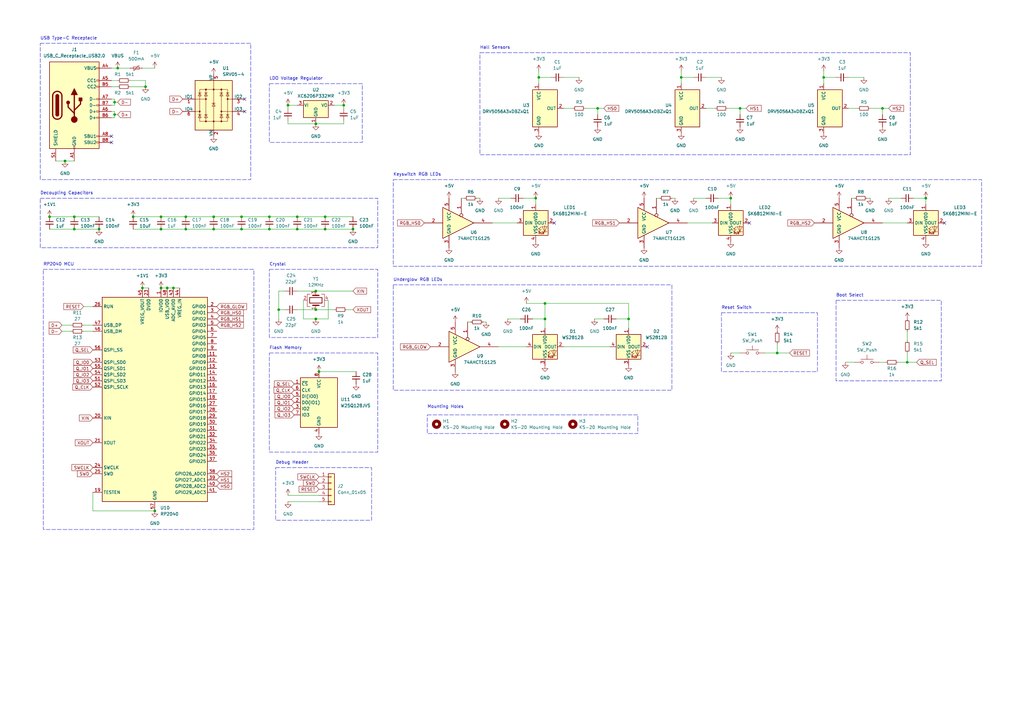
<source format=kicad_sch>
(kicad_sch (version 20230121) (generator eeschema)
  (paper "A3")
  (title_block (title "Harukapad") (rev "1.0"))
  (junction (at 299.72 81.28))
  (junction (at 121.92 88.9))
  (junction (at 133.35 93.98))
  (junction (at 48.26 27.94))
  (junction (at 26.67 66.04))
  (junction (at 318.77 144.78))
  (junction (at 71.12 118.11))
  (junction (at 63.5 209.55))
  (junction (at 361.95 44.45))
  (junction (at 66.04 93.98))
  (junction (at 219.71 81.28))
  (junction (at 223.52 124.46))
  (junction (at 144.78 93.98))
  (junction (at 68.58 118.11))
  (junction (at 379.73 81.28))
  (junction (at 54.61 88.9))
  (junction (at 110.49 88.9))
  (junction (at 118.11 43.18))
  (junction (at 66.04 88.9))
  (junction (at 99.06 88.9))
  (junction (at 59.69 35.56))
  (junction (at 20.32 88.9))
  (junction (at 257.81 130.81))
  (junction (at 110.49 93.98))
  (junction (at 129.54 119.38))
  (junction (at 220.98 31.75))
  (junction (at 114.3 127))
  (junction (at 279.4 31.75))
  (junction (at 140.97 43.18))
  (junction (at 66.04 118.11))
  (junction (at 129.54 50.8))
  (junction (at 30.48 93.98))
  (junction (at 76.2 88.9))
  (junction (at 121.92 93.98))
  (junction (at 129.54 127))
  (junction (at 133.35 88.9))
  (junction (at 46.99 46.99))
  (junction (at 372.11 148.59))
  (junction (at 87.63 88.9))
  (junction (at 245.11 44.45))
  (junction (at 30.48 88.9))
  (junction (at 76.2 93.98))
  (junction (at 46.99 41.91))
  (junction (at 40.64 93.98))
  (junction (at 303.53 44.45))
  (junction (at 58.42 118.11))
  (junction (at 87.63 93.98))
  (junction (at 130.81 152.4))
  (junction (at 99.06 93.98))
  (junction (at 337.82 31.75))
  (junction (at 129.54 130.81))
  (junction (at 223.52 130.81))
  (no_connect (at 45.72 58.42))
  (no_connect (at 100.33 40.64))
  (no_connect (at 100.33 45.72))
  (no_connect (at 307.34 91.44))
  (no_connect (at 45.72 55.88))
  (no_connect (at 387.35 91.44))
  (no_connect (at 227.33 91.44))
  (no_connect (at 265.43 142.24))
  (wire (pts (xy 347.98 44.45) (xy 351.79 44.45)))
  (wire (pts (xy 223.52 124.46) (xy 257.81 124.46)))
  (wire (pts (xy 130.81 152.4) (xy 146.05 152.4)))
  (wire (pts (xy 289.56 31.75) (xy 295.91 31.75)))
  (wire (pts (xy 59.69 33.02) (xy 59.69 35.56)))
  (wire (pts (xy 281.94 91.44) (xy 292.1 91.44)))
  (wire (pts (xy 66.04 118.11) (xy 68.58 118.11)))
  (wire (pts (xy 76.2 88.9) (xy 87.63 88.9)))
  (wire (pts (xy 134.62 123.19) (xy 134.62 130.81)))
  (wire (pts (xy 66.04 88.9) (xy 76.2 88.9)))
  (wire (pts (xy 299.72 144.78) (xy 303.53 144.78)))
  (wire (pts (xy 299.72 81.28) (xy 299.72 83.82)))
  (wire (pts (xy 30.48 88.9) (xy 40.64 88.9)))
  (wire (pts (xy 110.49 88.9) (xy 121.92 88.9)))
  (wire (pts (xy 116.84 119.38) (xy 114.3 119.38)))
  (wire (pts (xy 45.72 40.64) (xy 46.99 40.64)))
  (wire (pts (xy 204.47 81.28) (xy 209.55 81.28)))
  (wire (pts (xy 279.4 31.75) (xy 284.48 31.75)))
  (wire (pts (xy 195.58 81.28) (xy 196.85 81.28)))
  (wire (pts (xy 46.99 45.72) (xy 46.99 46.99)))
  (wire (pts (xy 26.67 66.04) (xy 30.48 66.04)))
  (wire (pts (xy 46.99 48.26) (xy 46.99 46.99)))
  (wire (pts (xy 34.29 125.73) (xy 38.1 125.73)))
  (wire (pts (xy 220.98 31.75) (xy 220.98 34.29)))
  (wire (pts (xy 240.03 44.45) (xy 245.11 44.45)))
  (wire (pts (xy 45.72 35.56) (xy 48.26 35.56)))
  (wire (pts (xy 54.61 88.9) (xy 66.04 88.9)))
  (wire (pts (xy 294.64 81.28) (xy 299.72 81.28)))
  (wire (pts (xy 372.11 135.89) (xy 372.11 139.7)))
  (wire (pts (xy 361.95 91.44) (xy 372.11 91.44)))
  (wire (pts (xy 121.92 88.9) (xy 133.35 88.9)))
  (wire (pts (xy 121.92 119.38) (xy 129.54 119.38)))
  (wire (pts (xy 22.86 66.04) (xy 26.67 66.04)))
  (wire (pts (xy 245.11 44.45) (xy 247.65 44.45)))
  (wire (pts (xy 360.68 148.59) (xy 363.22 148.59)))
  (wire (pts (xy 45.72 43.18) (xy 46.99 43.18)))
  (wire (pts (xy 372.11 148.59) (xy 375.92 148.59)))
  (wire (pts (xy 110.49 93.98) (xy 121.92 93.98)))
  (wire (pts (xy 20.32 93.98) (xy 30.48 93.98)))
  (wire (pts (xy 38.1 201.93) (xy 38.1 209.55)))
  (wire (pts (xy 245.11 44.45) (xy 245.11 46.99)))
  (wire (pts (xy 54.61 93.98) (xy 66.04 93.98)))
  (wire (pts (xy 68.58 118.11) (xy 71.12 118.11)))
  (wire (pts (xy 337.82 31.75) (xy 337.82 34.29)))
  (wire (pts (xy 58.42 118.11) (xy 60.96 118.11)))
  (wire (pts (xy 346.71 148.59) (xy 350.52 148.59)))
  (wire (pts (xy 350.52 81.28) (xy 349.25 81.28)))
  (wire (pts (xy 118.11 49.53) (xy 118.11 50.8)))
  (wire (pts (xy 121.92 93.98) (xy 133.35 93.98)))
  (wire (pts (xy 243.84 130.81) (xy 247.65 130.81)))
  (wire (pts (xy 298.45 44.45) (xy 303.53 44.45)))
  (wire (pts (xy 137.16 43.18) (xy 140.97 43.18)))
  (wire (pts (xy 355.6 81.28) (xy 356.87 81.28)))
  (wire (pts (xy 133.35 88.9) (xy 144.78 88.9)))
  (wire (pts (xy 129.54 127) (xy 137.16 127)))
  (wire (pts (xy 337.82 31.75) (xy 342.9 31.75)))
  (wire (pts (xy 114.3 119.38) (xy 114.3 127)))
  (wire (pts (xy 66.04 93.98) (xy 76.2 93.98)))
  (wire (pts (xy 99.06 93.98) (xy 110.49 93.98)))
  (wire (pts (xy 25.4 135.89) (xy 29.21 135.89)))
  (wire (pts (xy 361.95 44.45) (xy 364.49 44.45)))
  (wire (pts (xy 318.77 144.78) (xy 323.85 144.78)))
  (wire (pts (xy 34.29 133.35) (xy 38.1 133.35)))
  (wire (pts (xy 337.82 29.21) (xy 337.82 31.75)))
  (wire (pts (xy 364.49 81.28) (xy 369.57 81.28)))
  (wire (pts (xy 34.29 135.89) (xy 38.1 135.89)))
  (wire (pts (xy 347.98 31.75) (xy 354.33 31.75)))
  (wire (pts (xy 87.63 88.9) (xy 99.06 88.9)))
  (wire (pts (xy 20.32 88.9) (xy 30.48 88.9)))
  (wire (pts (xy 223.52 130.81) (xy 223.52 134.62)))
  (wire (pts (xy 361.95 44.45) (xy 361.95 46.99)))
  (wire (pts (xy 46.99 46.99) (xy 48.26 46.99)))
  (wire (pts (xy 53.34 33.02) (xy 59.69 33.02)))
  (wire (pts (xy 368.3 148.59) (xy 372.11 148.59)))
  (wire (pts (xy 118.11 205.74) (xy 130.81 205.74)))
  (wire (pts (xy 129.54 119.38) (xy 144.78 119.38)))
  (wire (pts (xy 46.99 41.91) (xy 48.26 41.91)))
  (wire (pts (xy 220.98 31.75) (xy 226.06 31.75)))
  (wire (pts (xy 133.35 93.98) (xy 144.78 93.98)))
  (wire (pts (xy 303.53 44.45) (xy 306.07 44.45)))
  (wire (pts (xy 231.14 142.24) (xy 250.19 142.24)))
  (wire (pts (xy 231.14 31.75) (xy 237.49 31.75)))
  (wire (pts (xy 208.28 130.81) (xy 213.36 130.81)))
  (wire (pts (xy 193.04 132.08) (xy 191.77 132.08)))
  (wire (pts (xy 25.4 133.35) (xy 29.21 133.35)))
  (wire (pts (xy 71.12 118.11) (xy 73.66 118.11)))
  (wire (pts (xy 279.4 31.75) (xy 279.4 34.29)))
  (wire (pts (xy 201.93 91.44) (xy 212.09 91.44)))
  (wire (pts (xy 118.11 43.18) (xy 121.92 43.18)))
  (wire (pts (xy 204.47 142.24) (xy 215.9 142.24)))
  (wire (pts (xy 53.34 27.94) (xy 48.26 27.94)))
  (wire (pts (xy 48.26 27.94) (xy 45.72 27.94)))
  (wire (pts (xy 231.14 44.45) (xy 234.95 44.45)))
  (wire (pts (xy 257.81 124.46) (xy 257.81 130.81)))
  (wire (pts (xy 121.92 127) (xy 129.54 127)))
  (wire (pts (xy 45.72 45.72) (xy 46.99 45.72)))
  (wire (pts (xy 215.9 124.46) (xy 223.52 124.46)))
  (wire (pts (xy 372.11 144.78) (xy 372.11 148.59)))
  (wire (pts (xy 270.51 81.28) (xy 269.24 81.28)))
  (wire (pts (xy 198.12 132.08) (xy 199.39 132.08)))
  (wire (pts (xy 257.81 130.81) (xy 257.81 134.62)))
  (wire (pts (xy 58.42 27.94) (xy 63.5 27.94)))
  (wire (pts (xy 275.59 81.28) (xy 276.86 81.28)))
  (wire (pts (xy 214.63 81.28) (xy 219.71 81.28)))
  (wire (pts (xy 45.72 48.26) (xy 46.99 48.26)))
  (wire (pts (xy 220.98 29.21) (xy 220.98 31.75)))
  (wire (pts (xy 46.99 40.64) (xy 46.99 41.91)))
  (wire (pts (xy 134.62 130.81) (xy 129.54 130.81)))
  (wire (pts (xy 379.73 81.28) (xy 379.73 83.82)))
  (wire (pts (xy 140.97 43.18) (xy 140.97 44.45)))
  (wire (pts (xy 87.63 93.98) (xy 99.06 93.98)))
  (wire (pts (xy 30.48 93.98) (xy 40.64 93.98)))
  (wire (pts (xy 190.5 81.28) (xy 189.23 81.28)))
  (wire (pts (xy 114.3 127) (xy 114.3 130.81)))
  (wire (pts (xy 142.24 127) (xy 144.78 127)))
  (wire (pts (xy 118.11 43.18) (xy 118.11 44.45)))
  (wire (pts (xy 53.34 35.56) (xy 59.69 35.56)))
  (wire (pts (xy 252.73 130.81) (xy 257.81 130.81)))
  (wire (pts (xy 140.97 49.53) (xy 140.97 50.8)))
  (wire (pts (xy 313.69 144.78) (xy 318.77 144.78)))
  (wire (pts (xy 76.2 93.98) (xy 87.63 93.98)))
  (wire (pts (xy 118.11 203.2) (xy 130.81 203.2)))
  (wire (pts (xy 218.44 130.81) (xy 223.52 130.81)))
  (wire (pts (xy 318.77 140.97) (xy 318.77 144.78)))
  (wire (pts (xy 219.71 81.28) (xy 219.71 83.82)))
  (wire (pts (xy 140.97 50.8) (xy 129.54 50.8)))
  (wire (pts (xy 279.4 29.21) (xy 279.4 31.75)))
  (wire (pts (xy 99.06 88.9) (xy 110.49 88.9)))
  (wire (pts (xy 374.65 81.28) (xy 379.73 81.28)))
  (wire (pts (xy 48.26 33.02) (xy 45.72 33.02)))
  (wire (pts (xy 289.56 44.45) (xy 293.37 44.45)))
  (wire (pts (xy 114.3 127) (xy 116.84 127)))
  (wire (pts (xy 38.1 209.55) (xy 63.5 209.55)))
  (wire (pts (xy 118.11 50.8) (xy 129.54 50.8)))
  (wire (pts (xy 124.46 130.81) (xy 129.54 130.81)))
  (wire (pts (xy 223.52 124.46) (xy 223.52 130.81)))
  (wire (pts (xy 356.87 44.45) (xy 361.95 44.45)))
  (wire (pts (xy 284.48 81.28) (xy 289.56 81.28)))
  (wire (pts (xy 124.46 123.19) (xy 124.46 130.81)))
  (wire (pts (xy 303.53 44.45) (xy 303.53 46.99)))
  (wire (pts (xy 46.99 43.18) (xy 46.99 41.91)))
  (rectangle (start 175.26 170.18) (end 261.62 177.8) (stroke (width 0) (type dash)))
  (rectangle (start 16.51 17.78) (end 102.87 73.66) (stroke (width 0) (type dash)))
  (rectangle (start 295.91 128.27) (end 335.28 152.4) (stroke (width 0) (type dash)))
  (rectangle (start 17.78 110.49) (end 104.14 217.17) (stroke (width 0) (type dash)))
  (rectangle (start 342.9 123.19) (end 386.08 156.21) (stroke (width 0) (type dash)))
  (rectangle (start 161.29 116.84) (end 275.59 160.02) (stroke (width 0) (type dash)))
  (rectangle (start 110.49 144.78) (end 154.94 185.42) (stroke (width 0) (type dash)))
  (rectangle (start 16.51 81.28) (end 154.94 101.6) (stroke (width 0) (type dash)))
  (rectangle (start 110.49 34.29) (end 148.59 58.42) (stroke (width 0) (type dash)))
  (rectangle (start 110.49 110.49) (end 154.94 138.43) (stroke (width 0) (type dash)))
  (rectangle (start 196.85 21.59) (end 373.38 63.5) (stroke (width 0) (type dash)))
  (rectangle (start 161.29 73.66) (end 402.59 109.22) (stroke (width 0) (type dash)))
  (rectangle (start 113.03 191.77) (end 152.4 213.36) (stroke (width 0) (type dash)))
  (text "Decoupling Capacitors" (at 16.51 80.01 0) (effects (font (size 1.27 1.27)) (justify left bottom)))
  (text "Hall Sensors" (at 196.85 20.32 0) (effects (font (size 1.27 1.27)) (justify left bottom)))
  (text "Keyswitch RGB LEDs" (at 161.29 72.39 0) (effects (font (size 1.27 1.27)) (justify left bottom)))
  (text "Reset Switch" (at 295.91 127 0) (effects (font (size 1.27 1.27)) (justify left bottom)))
  (text "Underglow RGB LEDs" (at 161.29 115.57 0) (effects (font (size 1.27 1.27)) (justify left bottom)))
  (text "USB Type-C Receptacle" (at 16.51 16.51 0) (effects (font (size 1.27 1.27)) (justify left bottom)))
  (text "Debug Header" (at 113.03 190.5 0) (effects (font (size 1.27 1.27)) (justify left bottom)))
  (text "Mounting Holes" (at 175.26 167.64 0) (effects (font (size 1.27 1.27)) (justify left bottom)))
  (text "Crystal" (at 110.49 109.22 0) (effects (font (size 1.27 1.27)) (justify left bottom)))
  (text "RP2040 MCU" (at 17.78 109.22 0) (effects (font (size 1.27 1.27)) (justify left bottom)))
  (text "Flash Memory" (at 110.49 143.51 0) (effects (font (size 1.27 1.27)) (justify left bottom)))
  (text "LDO Voltage Regulator" (at 110.49 33.02 0) (effects (font (size 1.27 1.27)) (justify left bottom)))
  (text "Boot Select" (at 342.9 121.92 0) (effects (font (size 1.27 1.27)) (justify left bottom)))
  (global_label "RESET" (shape input) (at 323.85 144.78 0) (property "Intersheetrefs" "${INTERSHEET_REFS}" (effects hide)))
  (global_label "RGB_HS2" (shape input) (at 88.9 133.35 0) (property "Intersheetrefs" "${INTERSHEET_REFS}" (effects hide)))
  (global_label "D-" (shape input) (at 74.93 45.72 180) (property "Intersheetrefs" "${INTERSHEET_REFS}" (effects hide)))
  (global_label "Q_SEL" (shape input) (at 375.92 148.59 0) (property "Intersheetrefs" "${INTERSHEET_REFS}" (effects hide)))
  (global_label "D-" (shape input) (at 25.4 135.89 180) (property "Intersheetrefs" "${INTERSHEET_REFS}" (effects hide)))
  (global_label "XIN" (shape input) (at 144.78 119.38 0) (property "Intersheetrefs" "${INTERSHEET_REFS}" (effects hide)))
  (global_label "Q_IO1" (shape input) (at 120.65 165.1 180) (property "Intersheetrefs" "${INTERSHEET_REFS}" (effects hide)))
  (global_label "Q_CLK" (shape input) (at 120.65 160.02 180) (property "Intersheetrefs" "${INTERSHEET_REFS}" (effects hide)))
  (global_label "XOUT" (shape input) (at 144.78 127 0) (property "Intersheetrefs" "${INTERSHEET_REFS}" (effects hide)))
  (global_label "Q_SEL" (shape input) (at 38.1 143.51 180) (property "Intersheetrefs" "${INTERSHEET_REFS}" (effects hide)))
  (global_label "Q_IO0" (shape input) (at 120.65 162.56 180) (property "Intersheetrefs" "${INTERSHEET_REFS}" (effects hide)))
  (global_label "Q_IO3" (shape input) (at 38.1 156.21 180) (property "Intersheetrefs" "${INTERSHEET_REFS}" (effects hide)))
  (global_label "SWCLK" (shape input) (at 130.81 195.58 180) (property "Intersheetrefs" "${INTERSHEET_REFS}" (effects hide)))
  (global_label "Q_IO2" (shape input) (at 38.1 153.67 180) (property "Intersheetrefs" "${INTERSHEET_REFS}" (effects hide)))
  (global_label "HS1" (shape input) (at 88.9 196.85 0) (property "Intersheetrefs" "${INTERSHEET_REFS}" (effects hide)))
  (global_label "Q_IO3" (shape input) (at 120.65 170.18 180) (property "Intersheetrefs" "${INTERSHEET_REFS}" (effects hide)))
  (global_label "HS0" (shape input) (at 247.65 44.45 0) (property "Intersheetrefs" "${INTERSHEET_REFS}" (effects hide)))
  (global_label "D+" (shape input) (at 48.26 46.99 0) (property "Intersheetrefs" "${INTERSHEET_REFS}" (effects hide)))
  (global_label "SWD" (shape input) (at 38.1 194.31 180) (property "Intersheetrefs" "${INTERSHEET_REFS}" (effects hide)))
  (global_label "RGB_HS1" (shape input) (at 88.9 130.81 0) (property "Intersheetrefs" "${INTERSHEET_REFS}" (effects hide)))
  (global_label "HS2" (shape input) (at 364.49 44.45 0) (property "Intersheetrefs" "${INTERSHEET_REFS}" (effects hide)))
  (global_label "RGB_HS0" (shape input) (at 88.9 128.27 0) (property "Intersheetrefs" "${INTERSHEET_REFS}" (effects hide)))
  (global_label "D+" (shape input) (at 25.4 133.35 180) (property "Intersheetrefs" "${INTERSHEET_REFS}" (effects hide)))
  (global_label "RGB_GLOW" (shape input) (at 176.53 142.24 180) (property "Intersheetrefs" "${INTERSHEET_REFS}" (effects hide)))
  (global_label "Q_IO1" (shape input) (at 38.1 151.13 180) (property "Intersheetrefs" "${INTERSHEET_REFS}" (effects hide)))
  (global_label "SWD" (shape input) (at 130.81 198.12 180) (property "Intersheetrefs" "${INTERSHEET_REFS}" (effects hide)))
  (global_label "HS1" (shape input) (at 306.07 44.45 0) (property "Intersheetrefs" "${INTERSHEET_REFS}" (effects hide)))
  (global_label "RGB_HS1" (shape input) (at 254 91.44 180) (property "Intersheetrefs" "${INTERSHEET_REFS}" (effects hide)))
  (global_label "D+" (shape input) (at 74.93 40.64 180) (property "Intersheetrefs" "${INTERSHEET_REFS}" (effects hide)))
  (global_label "HS2" (shape input) (at 88.9 194.31 0) (property "Intersheetrefs" "${INTERSHEET_REFS}" (effects hide)))
  (global_label "HS0" (shape input) (at 88.9 199.39 0) (property "Intersheetrefs" "${INTERSHEET_REFS}" (effects hide)))
  (global_label "Q_IO2" (shape input) (at 120.65 167.64 180) (property "Intersheetrefs" "${INTERSHEET_REFS}" (effects hide)))
  (global_label "Q_SEL" (shape input) (at 120.65 157.48 180) (property "Intersheetrefs" "${INTERSHEET_REFS}" (effects hide)))
  (global_label "RESET" (shape input) (at 34.29 125.73 180) (property "Intersheetrefs" "${INTERSHEET_REFS}" (effects hide)))
  (global_label "RGB_HS2" (shape input) (at 334.01 91.44 180) (property "Intersheetrefs" "${INTERSHEET_REFS}" (effects hide)))
  (global_label "Q_IO0" (shape input) (at 38.1 148.59 180) (property "Intersheetrefs" "${INTERSHEET_REFS}" (effects hide)))
  (global_label "RESET" (shape input) (at 130.81 200.66 180) (property "Intersheetrefs" "${INTERSHEET_REFS}" (effects hide)))
  (global_label "Q_CLK" (shape input) (at 38.1 158.75 180) (property "Intersheetrefs" "${INTERSHEET_REFS}" (effects hide)))
  (global_label "RGB_GLOW" (shape input) (at 88.9 125.73 0) (property "Intersheetrefs" "${INTERSHEET_REFS}" (effects hide)))
  (global_label "XOUT" (shape input) (at 38.1 181.61 180) (property "Intersheetrefs" "${INTERSHEET_REFS}" (effects hide)))
  (global_label "SWCLK" (shape input) (at 38.1 191.77 180) (property "Intersheetrefs" "${INTERSHEET_REFS}" (effects hide)))
  (global_label "D-" (shape input) (at 48.26 41.91 0) (property "Intersheetrefs" "${INTERSHEET_REFS}" (effects hide)))
  (global_label "RGB_HS0" (shape input) (at 173.99 91.44 180) (property "Intersheetrefs" "${INTERSHEET_REFS}" (effects hide)))
  (global_label "XIN" (shape input) (at 38.1 171.45 180) (property "Intersheetrefs" "${INTERSHEET_REFS}" (effects hide)))
  (symbol (lib_id "Harukapad:DRV5056A3xDBZxQ1") (at 223.52 44.45 0) (unit 1)
    (property "Reference" "U3" (at 217.17 43.18 0) (effects (justify right)))
    (property "Value" "DRV5056A3xDBZxQ1" (at 217.17 45.72 0) (effects (justify right)))
    (property "Footprint" "Package_TO_SOT_SMD:SOT-23" (effects hide))
    (property "Datasheet" "https://www.ti.com/lit/ds/symlink/drv5056.pdf" (effects hide))
  )
  (symbol (lib_id "power:+3V3") (at 54.61 88.9 0) (unit 1)
    (property "Reference" "#PWR035" (effects hide))
    (property "Value" "+3V3" (at 54.61 83.82 0))
  )
  (symbol (lib_id "power:+5V") (at 219.71 81.28 0) (unit 1)
    (property "Reference" "#PWR025" (effects hide))
    (property "Value" "+5V" (at 219.71 76.2 0))
  )
  (symbol (lib_id "power:GND") (at 114.3 130.81 0) (unit 1)
    (property "Reference" "#PWR047" (effects hide))
    (property "Value" "GND" (at 114.3 135.89 0))
  )
  (symbol (lib_id "Switch:SW_Push") (at 355.6 148.59 0) (unit 1)
    (property "Reference" "SW2" (at 355.6 140.97 0))
    (property "Value" "SW_Push" (at 355.6 143.51 0))
    (property "Footprint" "Button_Switch_SMD:SW_SPST_TL3342" (effects hide))
  )
  (symbol (lib_id "Device:R_Small") (at 365.76 148.59 90) (unit 1)
    (property "Reference" "R16" (at 365.76 151.13 90))
    (property "Value" "1k" (at 365.76 153.67 90))
    (property "Footprint" "Resistor_SMD:R_0402_1005Metric" (effects hide))
  )
  (symbol (lib_id "Device:R_Small") (at 50.8 35.56 90) (mirror x) (unit 1)
    (property "Reference" "R2" (at 48.26 38.1 90))
    (property "Value" "5k1" (at 53.34 38.1 90))
    (property "Footprint" "Resistor_SMD:R_0402_1005Metric" (effects hide))
  )
  (symbol (lib_id "power:GND") (at 146.05 157.48 0) (unit 1)
    (property "Reference" "#PWR061" (effects hide))
    (property "Value" "GND" (at 146.05 162.56 0))
  )
  (symbol (lib_id "74xGxx:74AHCT1G125") (at 189.23 91.44 0) (unit 1)
    (property "Reference" "U6" (at 194.31 95.25 0))
    (property "Value" "74AHCT1G125" (at 194.31 97.79 0))
    (property "Footprint" "Package_TO_SOT_SMD:SOT-353_SC-70-5" (effects hide))
    (property "Datasheet" "http://www.ti.com/lit/sg/scyt129e/scyt129e.pdf" (effects hide))
  )
  (symbol (lib_id "Device:C_Small") (at 212.09 81.28 90) (mirror x) (unit 1)
    (property "Reference" "C9" (at 212.09 77.47 90))
    (property "Value" "100nF" (at 212.09 85.09 90))
    (property "Footprint" "Capacitor_SMD:C_0402_1005Metric" (effects hide))
  )
  (symbol (lib_id "Harukapad:DRV5056A3xDBZxQ1") (at 340.36 44.45 0) (unit 1)
    (property "Reference" "U5" (at 334.01 43.18 0) (effects (justify right)))
    (property "Value" "DRV5056A3xDBZxQ1" (at 334.01 45.72 0) (effects (justify right)))
    (property "Footprint" "Package_TO_SOT_SMD:SOT-23" (effects hide))
    (property "Datasheet" "https://www.ti.com/lit/ds/symlink/drv5056.pdf" (effects hide))
  )
  (symbol (lib_id "power:GND") (at 303.53 52.07 0) (unit 1)
    (property "Reference" "#PWR015" (effects hide))
    (property "Value" "GND" (at 303.53 57.15 0))
  )
  (symbol (lib_id "power:GND") (at 208.28 130.81 0) (unit 1)
    (property "Reference" "#PWR049" (effects hide))
    (property "Value" "GND" (at 208.28 135.89 0))
  )
  (symbol (lib_id "power:+3V3") (at 118.11 203.2 0) (unit 1)
    (property "Reference" "#PWR063" (effects hide))
    (property "Value" "+3V3" (at 118.11 198.12 0))
  )
  (symbol (lib_id "Device:C_Small") (at 76.2 91.44 0) (unit 1)
    (property "Reference" "C17" (at 78.74 90.1763 0) (effects (justify left)))
    (property "Value" "100nF" (at 78.74 92.7163 0) (effects (justify left)))
    (property "Footprint" "Capacitor_SMD:C_0402_1005Metric" (effects hide))
  )
  (symbol (lib_id "Device:R_Small") (at 354.33 44.45 90) (unit 1)
    (property "Reference" "R5" (at 354.33 41.91 90))
    (property "Value" "100" (at 354.33 46.99 90))
    (property "Footprint" "Resistor_SMD:R_0402_1005Metric" (effects hide))
  )
  (symbol (lib_id "power:GND") (at 144.78 93.98 0) (unit 1)
    (property "Reference" "#PWR037" (effects hide))
    (property "Value" "GND" (at 144.78 99.06 0))
  )
  (symbol (lib_id "Device:R_Small") (at 31.75 133.35 90) (unit 1)
    (property "Reference" "R11" (at 31.75 128.27 90))
    (property "Value" "27" (at 31.75 130.81 90))
    (property "Footprint" "Resistor_SMD:R_0402_1005Metric" (effects hide))
  )
  (symbol (lib_id "power:GND") (at 295.91 31.75 0) (unit 1)
    (property "Reference" "#PWR08" (effects hide))
    (property "Value" "GND" (at 295.91 36.83 0))
  )
  (symbol (lib_id "Device:C_Small") (at 140.97 46.99 0) (unit 1)
    (property "Reference" "C5" (at 143.51 45.7263 0) (effects (justify left)))
    (property "Value" "1uF" (at 143.51 48.2663 0) (effects (justify left)))
    (property "Footprint" "Capacitor_SMD:C_0402_1005Metric" (effects hide))
  )
  (symbol (lib_id "Device:R_Small") (at 195.58 132.08 90) (unit 1)
    (property "Reference" "R10" (at 195.58 129.54 90))
    (property "Value" "1k" (at 195.58 134.62 90))
    (property "Footprint" "Resistor_SMD:R_0402_1005Metric" (effects hide))
  )
  (symbol (lib_id "power:+5V") (at 215.9 124.46 0) (unit 1)
    (property "Reference" "#PWR046" (effects hide))
    (property "Value" "+5V" (at 215.9 119.38 0))
  )
  (symbol (lib_id "Switch:SW_Push") (at 308.61 144.78 0) (unit 1)
    (property "Reference" "SW1" (at 308.61 137.16 0))
    (property "Value" "SW_Push" (at 308.61 139.7 0))
    (property "Footprint" "Button_Switch_SMD:SW_SPST_TL3342" (effects hide))
  )
  (symbol (lib_id "Device:R_Small") (at 318.77 138.43 0) (unit 1)
    (property "Reference" "R14" (at 321.31 137.16 0) (effects (justify left)))
    (property "Value" "5k1" (at 321.31 139.7 0) (effects (justify left)))
    (property "Footprint" "Resistor_SMD:R_0402_1005Metric" (effects hide))
  )
  (symbol (lib_id "Device:R_Small") (at 353.06 81.28 90) (unit 1)
    (property "Reference" "R8" (at 353.06 78.74 90))
    (property "Value" "1k" (at 353.06 83.82 90))
    (property "Footprint" "Resistor_SMD:R_0402_1005Metric" (effects hide))
  )
  (symbol (lib_id "Mechanical:MountingHole") (at 207.01 173.99 0) (unit 1)
    (property "Reference" "H2" (at 209.55 172.72 0) (effects (justify left)))
    (property "Value" "KS-20 Mounting Hole" (at 209.55 175.26 0) (effects (justify left)))
    (property "Footprint" "Harukapad:MX-1U-NoPins" (effects hide))
  )
  (symbol (lib_id "power:GND") (at 204.47 81.28 0) (unit 1)
    (property "Reference" "#PWR024" (effects hide))
    (property "Value" "GND" (at 204.47 86.36 0))
  )
  (symbol (lib_id "power:GND") (at 199.39 132.08 0) (unit 1)
    (property "Reference" "#PWR053" (effects hide))
    (property "Value" "GND" (at 199.39 137.16 0))
  )
  (symbol (lib_id "power:GND") (at 279.4 54.61 0) (unit 1)
    (property "Reference" "#PWR018" (effects hide))
    (property "Value" "GND" (at 279.4 59.69 0))
  )
  (symbol (lib_id "power:+5V") (at 264.16 81.28 0) (unit 1)
    (property "Reference" "#PWR026" (effects hide))
    (property "Value" "+5V" (at 264.16 76.2 0))
  )
  (symbol (lib_id "power:GND") (at 223.52 149.86 0) (unit 1)
    (property "Reference" "#PWR057" (effects hide))
    (property "Value" "GND" (at 223.52 154.94 0))
  )
  (symbol (lib_id "power:+1V1") (at 20.32 88.9 0) (unit 1)
    (property "Reference" "#PWR034" (effects hide))
    (property "Value" "+1V1" (at 20.32 83.82 0))
  )
  (symbol (lib_id "Device:C_Small") (at 287.02 31.75 90) (unit 1)
    (property "Reference" "C2" (at 287.0263 25.4 90))
    (property "Value" "1uF" (at 287.0263 27.94 90))
    (property "Footprint" "Capacitor_SMD:C_0402_1005Metric" (effects hide))
  )
  (symbol (lib_id "power:+5V") (at 87.63 30.48 0) (unit 1)
    (property "Reference" "#PWR06" (effects hide))
    (property "Value" "+5V" (at 87.63 25.4 0))
  )
  (symbol (lib_id "power:GND") (at 344.17 101.6 0) (unit 1)
    (property "Reference" "#PWR043" (effects hide))
    (property "Value" "GND" (at 344.17 106.68 0))
  )
  (symbol (lib_id "PCM_marbastlib-various:SK6812MINI-E") (at 379.73 91.44 0) (unit 1)
    (property "Reference" "LED3" (at 393.7 85.09 0))
    (property "Value" "SK6812MINI-E" (at 393.7 87.63 0))
    (property "Footprint" "PCM_marbastlib-mx:LED_MX_6028R" (effects hide))
  )
  (symbol (lib_id "MCU_RaspberryPi:RP2040") (at 63.5 163.83 0) (unit 1)
    (property "Reference" "U10" (at 65.6941 208.28 0) (effects (justify left)))
    (property "Value" "RP2040" (at 65.6941 210.82 0) (effects (justify left)))
    (property "Footprint" "Package_DFN_QFN:QFN-56-1EP_7x7mm_P0.4mm_EP3.2x3.2mm" (effects hide))
    (property "Datasheet" "https://datasheets.raspberrypi.com/rp2040/rp2040-datasheet.pdf" (effects hide))
  )
  (symbol (lib_id "Device:R_Small") (at 31.75 135.89 90) (mirror x) (unit 1)
    (property "Reference" "R13" (at 31.75 138.43 90))
    (property "Value" "27" (at 31.75 140.97 90))
    (property "Footprint" "Resistor_SMD:R_0402_1005Metric" (effects hide))
  )
  (symbol (lib_id "Device:R_Small") (at 295.91 44.45 90) (unit 1)
    (property "Reference" "R4" (at 295.91 41.91 90))
    (property "Value" "100" (at 295.91 46.99 90))
    (property "Footprint" "Resistor_SMD:R_0402_1005Metric" (effects hide))
  )
  (symbol (lib_id "power:GND") (at 40.64 93.98 0) (unit 1)
    (property "Reference" "#PWR036" (effects hide))
    (property "Value" "GND" (at 40.64 99.06 0))
  )
  (symbol (lib_id "power:GND") (at 184.15 101.6 0) (unit 1)
    (property "Reference" "#PWR041" (effects hide))
    (property "Value" "GND" (at 184.15 106.68 0))
  )
  (symbol (lib_id "power:GND") (at 26.67 66.04 0) (unit 1)
    (property "Reference" "#PWR021" (effects hide))
    (property "Value" "GND" (at 26.67 71.12 0))
  )
  (symbol (lib_id "Memory_Flash:W25Q128JVS") (at 130.81 165.1 0) (unit 1)
    (property "Reference" "U11" (at 139.7 163.83 0) (effects (justify left)))
    (property "Value" "W25Q128JVS" (at 139.7 166.37 0) (effects (justify left)))
    (property "Footprint" "Package_SO:SOIC-8_5.23x5.23mm_P1.27mm" (effects hide))
    (property "Datasheet" "http://www.winbond.com/resource-files/w25q128jv_dtr%20revc%2003272018%20plus.pdf" (effects hide))
  )
  (symbol (lib_id "Device:C_Small") (at 345.44 31.75 90) (unit 1)
    (property "Reference" "C3" (at 345.4463 25.4 90))
    (property "Value" "1uF" (at 345.4463 27.94 90))
    (property "Footprint" "Capacitor_SMD:C_0402_1005Metric" (effects hide))
  )
  (symbol (lib_id "power:+5V") (at 299.72 81.28 0) (unit 1)
    (property "Reference" "#PWR029" (effects hide))
    (property "Value" "+5V" (at 299.72 76.2 0))
  )
  (symbol (lib_id "power:+3V3") (at 130.81 152.4 0) (unit 1)
    (property "Reference" "#PWR059" (effects hide))
    (property "Value" "+3V3" (at 130.81 147.32 0))
  )
  (symbol (lib_id "power:+3V3") (at 318.77 135.89 0) (unit 1)
    (property "Reference" "#PWR054" (effects hide))
    (property "Value" "+3V3" (at 318.77 130.81 0))
  )
  (symbol (lib_id "power:+3V3") (at 66.04 118.11 0) (unit 1)
    (property "Reference" "#PWR045" (effects hide))
    (property "Value" "+3V3" (at 66.04 113.03 0))
  )
  (symbol (lib_id "power:GND") (at 257.81 149.86 0) (unit 1)
    (property "Reference" "#PWR058" (effects hide))
    (property "Value" "GND" (at 257.81 154.94 0))
  )
  (symbol (lib_id "power:GND") (at 196.85 81.28 0) (unit 1)
    (property "Reference" "#PWR023" (effects hide))
    (property "Value" "GND" (at 196.85 86.36 0))
  )
  (symbol (lib_id "Regulator_Linear:XC6206PxxxMR") (at 129.54 43.18 0) (unit 1)
    (property "Reference" "U2" (at 129.54 36.83 0))
    (property "Value" "XC6206P332MR" (at 129.54 39.37 0))
    (property "Footprint" "Package_TO_SOT_SMD:SOT-23-3" (effects hide))
    (property "Datasheet" "https://www.torexsemi.com/file/xc6206/XC6206.pdf" (effects hide))
  )
  (symbol (lib_id "power:GND") (at 264.16 101.6 0) (unit 1)
    (property "Reference" "#PWR042" (effects hide))
    (property "Value" "GND" (at 264.16 106.68 0))
  )
  (symbol (lib_id "Device:R_Small") (at 139.7 127 90) (unit 1)
    (property "Reference" "R9" (at 139.7 129.54 90))
    (property "Value" "1k" (at 139.7 132.08 90))
    (property "Footprint" "Resistor_SMD:R_0402_1005Metric" (effects hide))
  )
  (symbol (lib_id "power:GND") (at 87.63 55.88 0) (unit 1)
    (property "Reference" "#PWR020" (effects hide))
    (property "Value" "GND" (at 87.63 60.96 0))
  )
  (symbol (lib_id "PCM_marbastlib-various:SRV05-4") (at 87.63 43.18 0) (unit 1)
    (property "Reference" "U1" (at 91.2561 27.94 0) (effects (justify left)))
    (property "Value" "SRV05-4" (at 91.2561 30.48 0) (effects (justify left)))
    (property "Footprint" "PCM_marbastlib-various:SOT-23-6-routable" (effects hide))
    (property "Datasheet" "http://www.onsemi.com/pub/Collateral/SRV05-4-D.PDF" (effects hide))
  )
  (symbol (lib_id "power:+3V3") (at 140.97 43.18 0) (unit 1)
    (property "Reference" "#PWR012" (effects hide))
    (property "Value" "+3V3" (at 140.97 38.1 0))
  )
  (symbol (lib_id "power:+5V") (at 118.11 43.18 0) (unit 1)
    (property "Reference" "#PWR011" (effects hide))
    (property "Value" "+5V" (at 118.11 38.1 0))
  )
  (symbol (lib_id "power:GND") (at 245.11 52.07 0) (unit 1)
    (property "Reference" "#PWR014" (effects hide))
    (property "Value" "GND" (at 245.11 57.15 0))
  )
  (symbol (lib_id "Connector:USB_C_Receptacle_USB2.0") (at 30.48 43.18 0) (unit 1)
    (property "Reference" "J1" (at 30.48 20.32 0))
    (property "Value" "USB_C_Receptacle_USB2.0" (at 30.48 22.86 0))
    (property "Footprint" "Connector_USB:USB_C_Receptacle_HRO_TYPE-C-31-M-12" (effects hide))
    (property "Datasheet" "https://www.usb.org/sites/default/files/documents/usb_type-c.zip" (effects hide))
  )
  (symbol (lib_id "Device:C_Small") (at 303.53 49.53 180) (unit 1)
    (property "Reference" "C7" (at 306.07 48.2536 0) (effects (justify right)))
    (property "Value" "1uF" (at 306.07 50.7936 0) (effects (justify right)))
    (property "Footprint" "Capacitor_SMD:C_0402_1005Metric" (effects hide))
  )
  (symbol (lib_id "power:+5V") (at 344.17 81.28 0) (unit 1)
    (property "Reference" "#PWR030" (effects hide))
    (property "Value" "+5V" (at 344.17 76.2 0))
  )
  (symbol (lib_id "power:GND") (at 379.73 99.06 0) (unit 1)
    (property "Reference" "#PWR040" (effects hide))
    (property "Value" "GND" (at 379.73 104.14 0))
  )
  (symbol (lib_id "Device:C_Small") (at 119.38 119.38 90) (unit 1)
    (property "Reference" "C24" (at 119.3863 113.03 90))
    (property "Value" "22pF" (at 119.3863 115.57 90))
    (property "Footprint" "Capacitor_SMD:C_0402_1005Metric" (effects hide))
  )
  (symbol (lib_id "Device:C_Small") (at 119.38 127 90) (mirror x) (unit 1)
    (property "Reference" "C25" (at 119.38 130.81 90))
    (property "Value" "22pF" (at 119.3737 133.35 90))
    (property "Footprint" "Capacitor_SMD:C_0402_1005Metric" (effects hide))
  )
  (symbol (lib_id "Device:R_Small") (at 273.05 81.28 90) (unit 1)
    (property "Reference" "R7" (at 273.05 78.74 90))
    (property "Value" "1k" (at 273.05 83.82 90))
    (property "Footprint" "Resistor_SMD:R_0402_1005Metric" (effects hide))
  )
  (symbol (lib_id "power:GND") (at 337.82 54.61 0) (unit 1)
    (property "Reference" "#PWR019" (effects hide))
    (property "Value" "GND" (at 337.82 59.69 0))
  )
  (symbol (lib_id "Device:C_Small") (at 87.63 91.44 0) (unit 1)
    (property "Reference" "C18" (at 90.17 90.1763 0) (effects (justify left)))
    (property "Value" "100nF" (at 90.17 92.7163 0) (effects (justify left)))
    (property "Footprint" "Capacitor_SMD:C_0402_1005Metric" (effects hide))
  )
  (symbol (lib_id "power:GND") (at 356.87 81.28 0) (unit 1)
    (property "Reference" "#PWR031" (effects hide))
    (property "Value" "GND" (at 356.87 86.36 0))
  )
  (symbol (lib_id "power:+5V") (at 379.73 81.28 0) (unit 1)
    (property "Reference" "#PWR033" (effects hide))
    (property "Value" "+5V" (at 379.73 76.2 0))
  )
  (symbol (lib_id "Device:C_Small") (at 118.11 46.99 0) (mirror y) (unit 1)
    (property "Reference" "C4" (at 115.57 45.7263 0) (effects (justify left)))
    (property "Value" "1uF" (at 115.57 48.2663 0) (effects (justify left)))
    (property "Footprint" "Capacitor_SMD:C_0402_1005Metric" (effects hide))
  )
  (symbol (lib_id "Device:C_Small") (at 30.48 91.44 0) (unit 1)
    (property "Reference" "C13" (at 33.02 90.1763 0) (effects (justify left)))
    (property "Value" "100nF" (at 33.02 92.7163 0) (effects (justify left)))
    (property "Footprint" "Capacitor_SMD:C_0402_1005Metric" (effects hide))
  )
  (symbol (lib_id "power:GND") (at 299.72 99.06 0) (unit 1)
    (property "Reference" "#PWR039" (effects hide))
    (property "Value" "GND" (at 299.72 104.14 0))
  )
  (symbol (lib_id "Device:C_Small") (at 144.78 91.44 0) (unit 1)
    (property "Reference" "C23" (at 147.32 90.1763 0) (effects (justify left)))
    (property "Value" "100nF" (at 147.32 92.7163 0) (effects (justify left)))
    (property "Footprint" "Capacitor_SMD:C_0402_1005Metric" (effects hide))
  )
  (symbol (lib_id "Device:C_Small") (at 110.49 91.44 0) (unit 1)
    (property "Reference" "C20" (at 113.03 90.1763 0) (effects (justify left)))
    (property "Value" "100nF" (at 113.03 92.7163 0) (effects (justify left)))
    (property "Footprint" "Capacitor_SMD:C_0402_1005Metric" (effects hide))
  )
  (symbol (lib_id "power:+3V3") (at 372.11 130.81 0) (unit 1)
    (property "Reference" "#PWR051" (effects hide))
    (property "Value" "+3V3" (at 372.11 125.73 0))
  )
  (symbol (lib_id "power:GND") (at 220.98 54.61 0) (unit 1)
    (property "Reference" "#PWR017" (effects hide))
    (property "Value" "GND" (at 220.98 59.69 0))
  )
  (symbol (lib_id "power:+1V1") (at 58.42 118.11 0) (unit 1)
    (property "Reference" "#PWR044" (effects hide))
    (property "Value" "+1V1" (at 58.42 113.03 0))
  )
  (symbol (lib_id "Mechanical:MountingHole") (at 179.07 173.99 0) (unit 1)
    (property "Reference" "H1" (at 181.61 172.72 0) (effects (justify left)))
    (property "Value" "KS-20 Mounting Hole" (at 181.61 175.26 0) (effects (justify left)))
    (property "Footprint" "Harukapad:MX-1U-NoPins" (effects hide))
  )
  (symbol (lib_id "power:GND") (at 129.54 130.81 0) (unit 1)
    (property "Reference" "#PWR048" (effects hide))
    (property "Value" "GND" (at 129.54 135.89 0))
  )
  (symbol (lib_id "Device:C_Small") (at 372.11 81.28 90) (mirror x) (unit 1)
    (property "Reference" "C11" (at 372.11 77.47 90))
    (property "Value" "100nF" (at 372.11 85.09 90))
    (property "Footprint" "Capacitor_SMD:C_0402_1005Metric" (effects hide))
  )
  (symbol (lib_id "74xGxx:74AHCT1G125") (at 191.77 142.24 0) (unit 1)
    (property "Reference" "U9" (at 196.85 146.05 0))
    (property "Value" "74AHCT1G125" (at 196.85 148.59 0))
    (property "Footprint" "Package_TO_SOT_SMD:SOT-353_SC-70-5" (effects hide))
    (property "Datasheet" "http://www.ti.com/lit/sg/scyt129e/scyt129e.pdf" (effects hide))
  )
  (symbol (lib_id "power:GND") (at 129.54 50.8 0) (unit 1)
    (property "Reference" "#PWR013" (effects hide))
    (property "Value" "GND" (at 129.54 55.88 0))
  )
  (symbol (lib_id "power:GND") (at 354.33 31.75 0) (unit 1)
    (property "Reference" "#PWR09" (effects hide))
    (property "Value" "GND" (at 354.33 36.83 0))
  )
  (symbol (lib_id "power:+5V") (at 186.69 132.08 0) (unit 1)
    (property "Reference" "#PWR052" (effects hide))
    (property "Value" "+5V" (at 186.69 127 0))
  )
  (symbol (lib_id "power:GND") (at 186.69 152.4 0) (unit 1)
    (property "Reference" "#PWR060" (effects hide))
    (property "Value" "GND" (at 186.69 157.48 0))
  )
  (symbol (lib_id "Device:C_Small") (at 228.6 31.75 90) (unit 1)
    (property "Reference" "C1" (at 228.6063 25.4 90))
    (property "Value" "1uF" (at 228.6063 27.94 90))
    (property "Footprint" "Capacitor_SMD:C_0402_1005Metric" (effects hide))
  )
  (symbol (lib_id "Device:C_Small") (at 133.35 91.44 0) (unit 1)
    (property "Reference" "C22" (at 135.89 90.1763 0) (effects (justify left)))
    (property "Value" "100nF" (at 135.89 92.7163 0) (effects (justify left)))
    (property "Footprint" "Capacitor_SMD:C_0402_1005Metric" (effects hide))
  )
  (symbol (lib_id "Device:C_Small") (at 99.06 91.44 0) (unit 1)
    (property "Reference" "C19" (at 101.6 90.1763 0) (effects (justify left)))
    (property "Value" "100nF" (at 101.6 92.7163 0) (effects (justify left)))
    (property "Footprint" "Capacitor_SMD:C_0402_1005Metric" (effects hide))
  )
  (symbol (lib_id "power:+3V3") (at 220.98 29.21 0) (unit 1)
    (property "Reference" "#PWR03" (effects hide))
    (property "Value" "+3V3" (at 220.98 24.13 0))
  )
  (symbol (lib_id "Device:R_Small") (at 237.49 44.45 90) (unit 1)
    (property "Reference" "R3" (at 237.49 41.91 90))
    (property "Value" "100" (at 237.49 46.99 90))
    (property "Footprint" "Resistor_SMD:R_0402_1005Metric" (effects hide))
  )
  (symbol (lib_id "Device:C_Small") (at 121.92 91.44 0) (unit 1)
    (property "Reference" "C21" (at 124.46 90.1763 0) (effects (justify left)))
    (property "Value" "100nF" (at 124.46 92.7163 0) (effects (justify left)))
    (property "Footprint" "Capacitor_SMD:C_0402_1005Metric" (effects hide))
  )
  (symbol (lib_id "power:GND") (at 243.84 130.81 0) (unit 1)
    (property "Reference" "#PWR050" (effects hide))
    (property "Value" "GND" (at 243.84 135.89 0))
  )
  (symbol (lib_id "Device:C_Small") (at 361.95 49.53 180) (unit 1)
    (property "Reference" "C8" (at 364.49 48.2536 0) (effects (justify right)))
    (property "Value" "1uF" (at 364.49 50.7936 0) (effects (justify right)))
    (property "Footprint" "Capacitor_SMD:C_0402_1005Metric" (effects hide))
  )
  (symbol (lib_id "Device:R_Small") (at 50.8 33.02 90) (unit 1)
    (property "Reference" "R1" (at 48.26 30.48 90))
    (property "Value" "5k1" (at 53.34 30.48 90))
    (property "Footprint" "Resistor_SMD:R_0402_1005Metric" (effects hide))
  )
  (symbol (lib_id "LED:WS2812B") (at 257.81 142.24 0) (unit 1)
    (property "Reference" "D2" (at 269.24 135.89 0))
    (property "Value" "WS2812B" (at 269.24 138.43 0))
    (property "Footprint" "LED_SMD:LED_WS2812B_PLCC4_5.0x5.0mm_P3.2mm" (effects hide))
    (property "Datasheet" "https://cdn-shop.adafruit.com/datasheets/WS2812B.pdf" (effects hide))
  )
  (symbol (lib_id "Device:C_Small") (at 146.05 154.94 0) (unit 1)
    (property "Reference" "C28" (at 148.59 153.6763 0) (effects (justify left)))
    (property "Value" "1uF" (at 148.59 156.2163 0) (effects (justify left)))
    (property "Footprint" "Capacitor_SMD:C_0402_1005Metric" (effects hide))
  )
  (symbol (lib_id "power:GND") (at 364.49 81.28 0) (unit 1)
    (property "Reference" "#PWR032" (effects hide))
    (property "Value" "GND" (at 364.49 86.36 0))
  )
  (symbol (lib_id "Harukapad:DRV5056A3xDBZxQ1") (at 281.94 44.45 0) (unit 1)
    (property "Reference" "U4" (at 275.59 43.18 0) (effects (justify right)))
    (property "Value" "DRV5056A3xDBZxQ1" (at 275.59 45.72 0) (effects (justify right)))
    (property "Footprint" "Package_TO_SOT_SMD:SOT-23" (effects hide))
    (property "Datasheet" "https://www.ti.com/lit/ds/symlink/drv5056.pdf" (effects hide))
  )
  (symbol (lib_id "Device:R_Small") (at 372.11 133.35 0) (unit 1)
    (property "Reference" "R12" (at 374.65 132.08 0) (effects (justify left)))
    (property "Value" "5k1" (at 374.65 134.62 0) (effects (justify left)))
    (property "Footprint" "Resistor_SMD:R_0402_1005Metric" (effects hide))
  )
  (symbol (lib_id "power:+3V3") (at 279.4 29.21 0) (unit 1)
    (property "Reference" "#PWR04" (effects hide))
    (property "Value" "+3V3" (at 279.4 24.13 0))
  )
  (symbol (lib_id "power:GND") (at 130.81 177.8 0) (unit 1)
    (property "Reference" "#PWR062" (effects hide))
    (property "Value" "GND" (at 130.81 182.88 0))
  )
  (symbol (lib_id "Connector_Generic:Conn_01x05") (at 135.89 200.66 0) (unit 1)
    (property "Reference" "J2" (at 138.43 199.39 0) (effects (justify left)))
    (property "Value" "Conn_01x05" (at 138.43 201.93 0) (effects (justify left)))
    (property "Footprint" "Connector_PinHeader_2.54mm:PinHeader_1x05_P2.54mm_Horizontal" (effects hide))
  )
  (symbol (lib_id "Device:C_Small") (at 245.11 49.53 180) (unit 1)
    (property "Reference" "C6" (at 247.65 48.2536 0) (effects (justify right)))
    (property "Value" "1uF" (at 247.65 50.7936 0) (effects (justify right)))
    (property "Footprint" "Capacitor_SMD:C_0402_1005Metric" (effects hide))
  )
  (symbol (lib_id "power:GND") (at 346.71 148.59 0) (unit 1)
    (property "Reference" "#PWR056" (effects hide))
    (property "Value" "GND" (at 346.71 153.67 0))
  )
  (symbol (lib_id "power:+5V") (at 63.5 27.94 0) (unit 1)
    (property "Reference" "#PWR02" (effects hide))
    (property "Value" "+5V" (at 63.5 22.86 0))
  )
  (symbol (lib_id "power:GND") (at 237.49 31.75 0) (unit 1)
    (property "Reference" "#PWR07" (effects hide))
    (property "Value" "GND" (at 237.49 36.83 0))
  )
  (symbol (lib_id "LED:WS2812B") (at 223.52 142.24 0) (unit 1)
    (property "Reference" "D1" (at 234.95 135.89 0))
    (property "Value" "WS2812B" (at 234.95 138.43 0))
    (property "Footprint" "LED_SMD:LED_WS2812B_PLCC4_5.0x5.0mm_P3.2mm" (effects hide))
    (property "Datasheet" "https://cdn-shop.adafruit.com/datasheets/WS2812B.pdf" (effects hide))
  )
  (symbol (lib_id "Device:R_Small") (at 193.04 81.28 90) (unit 1)
    (property "Reference" "R6" (at 193.04 78.74 90))
    (property "Value" "1k" (at 193.04 83.82 90))
    (property "Footprint" "Resistor_SMD:R_0402_1005Metric" (effects hide))
  )
  (symbol (lib_id "Device:C_Small") (at 66.04 91.44 0) (unit 1)
    (property "Reference" "C16" (at 68.58 90.1763 0) (effects (justify left)))
    (property "Value" "1uF" (at 68.58 92.7163 0) (effects (justify left)))
    (property "Footprint" "Capacitor_SMD:C_0402_1005Metric" (effects hide))
  )
  (symbol (lib_id "power:VBUS") (at 48.26 27.94 0) (unit 1)
    (property "Reference" "#PWR01" (effects hide))
    (property "Value" "VBUS" (at 48.26 22.86 0))
  )
  (symbol (lib_id "power:GND") (at 219.71 99.06 0) (unit 1)
    (property "Reference" "#PWR038" (effects hide))
    (property "Value" "GND" (at 219.71 104.14 0))
  )
  (symbol (lib_id "PCM_marbastlib-various:SK6812MINI-E") (at 299.72 91.44 0) (unit 1)
    (property "Reference" "LED2" (at 313.69 85.09 0))
    (property "Value" "SK6812MINI-E" (at 313.69 87.63 0))
    (property "Footprint" "PCM_marbastlib-mx:LED_MX_6028R" (effects hide))
  )
  (symbol (lib_id "power:GND") (at 361.95 52.07 0) (unit 1)
    (property "Reference" "#PWR016" (effects hide))
    (property "Value" "GND" (at 361.95 57.15 0))
  )
  (symbol (lib_id "Device:R_Small") (at 372.11 142.24 0) (unit 1)
    (property "Reference" "R15" (at 374.65 140.97 0) (effects (justify left)))
    (property "Value" "5k1" (at 374.65 143.51 0) (effects (justify left)))
    (property "Footprint" "Resistor_SMD:R_0402_1005Metric" (effects hide))
  )
  (symbol (lib_id "Device:C_Small") (at 40.64 91.44 0) (unit 1)
    (property "Reference" "C14" (at 43.18 90.1763 0) (effects (justify left)))
    (property "Value" "100nF" (at 43.18 92.7163 0) (effects (justify left)))
    (property "Footprint" "Capacitor_SMD:C_0402_1005Metric" (effects hide))
  )
  (symbol (lib_id "power:GND") (at 118.11 205.74 0) (unit 1)
    (property "Reference" "#PWR064" (effects hide))
    (property "Value" "GND" (at 118.11 210.82 0))
  )
  (symbol (lib_id "PCM_marbastlib-various:SK6812MINI-E") (at 219.71 91.44 0) (unit 1)
    (property "Reference" "LED1" (at 233.68 85.09 0))
    (property "Value" "SK6812MINI-E" (at 233.68 87.63 0))
    (property "Footprint" "PCM_marbastlib-mx:LED_MX_6028R" (effects hide))
  )
  (symbol (lib_id "power:GND") (at 63.5 209.55 0) (unit 1)
    (property "Reference" "#PWR065" (effects hide))
    (property "Value" "GND" (at 63.5 214.63 0))
  )
  (symbol (lib_id "power:+3V3") (at 337.82 29.21 0) (unit 1)
    (property "Reference" "#PWR05" (effects hide))
    (property "Value" "+3V3" (at 337.82 24.13 0))
  )
  (symbol (lib_id "Device:C_Small") (at 250.19 130.81 90) (unit 1)
    (property "Reference" "C27" (at 250.19 127 90))
    (property "Value" "100nF" (at 250.19 134.62 90))
    (property "Footprint" "Capacitor_SMD:C_0402_1005Metric" (effects hide))
  )
  (symbol (lib_id "Device:C_Small") (at 20.32 91.44 0) (unit 1)
    (property "Reference" "C12" (at 22.86 90.1763 0) (effects (justify left)))
    (property "Value" "1uF" (at 22.86 92.7163 0) (effects (justify left)))
    (property "Footprint" "Capacitor_SMD:C_0402_1005Metric" (effects hide))
  )
  (symbol (lib_id "power:GND") (at 284.48 81.28 0) (unit 1)
    (property "Reference" "#PWR028" (effects hide))
    (property "Value" "GND" (at 284.48 86.36 0))
  )
  (symbol (lib_id "Device:Crystal_GND24") (at 129.54 123.19 90) (unit 1)
    (property "Reference" "Y1" (at 129.54 114.3 90))
    (property "Value" "12MHz" (at 129.54 116.84 90))
    (property "Footprint" "Crystal:Crystal_SMD_3225-4Pin_3.2x2.5mm" (effects hide))
  )
  (symbol (lib_id "Device:C_Small") (at 54.61 91.44 0) (unit 1)
    (property "Reference" "C15" (at 57.15 90.1763 0) (effects (justify left)))
    (property "Value" "10uF" (at 57.15 92.7163 0) (effects (justify left)))
    (property "Footprint" "Capacitor_SMD:C_0603_1608Metric" (effects hide))
  )
  (symbol (lib_id "power:GND") (at 299.72 144.78 0) (unit 1)
    (property "Reference" "#PWR055" (effects hide))
    (property "Value" "GND" (at 299.72 149.86 0))
  )
  (symbol (lib_id "power:GND") (at 276.86 81.28 0) (unit 1)
    (property "Reference" "#PWR027" (effects hide))
    (property "Value" "GND" (at 276.86 86.36 0))
  )
  (symbol (lib_id "74xGxx:74AHCT1G125") (at 349.25 91.44 0) (unit 1)
    (property "Reference" "U8" (at 354.33 95.25 0))
    (property "Value" "74AHCT1G125" (at 354.33 97.79 0))
    (property "Footprint" "Package_TO_SOT_SMD:SOT-353_SC-70-5" (effects hide))
    (property "Datasheet" "http://www.ti.com/lit/sg/scyt129e/scyt129e.pdf" (effects hide))
  )
  (symbol (lib_id "power:GND") (at 59.69 35.56 0) (unit 1)
    (property "Reference" "#PWR010" (effects hide))
    (property "Value" "GND" (at 59.69 40.64 0))
  )
  (symbol (lib_id "Device:C_Small") (at 292.1 81.28 90) (mirror x) (unit 1)
    (property "Reference" "C10" (at 292.1 77.47 90))
    (property "Value" "100nF" (at 292.1 85.09 90))
    (property "Footprint" "Capacitor_SMD:C_0402_1005Metric" (effects hide))
  )
  (symbol (lib_id "Device:Polyfuse_Small") (at 55.88 27.94 270) (unit 1)
    (property "Reference" "F1" (at 55.88 21.59 90))
    (property "Value" "500mA" (at 55.88 24.13 90))
    (property "Footprint" "Fuse:Fuse_0805_2012Metric" (effects hide))
  )
  (symbol (lib_id "Mechanical:MountingHole") (at 234.95 173.99 0) (unit 1)
    (property "Reference" "H3" (at 237.49 172.72 0) (effects (justify left)))
    (property "Value" "KS-20 Mounting Hole" (at 237.49 175.26 0) (effects (justify left)))
    (property "Footprint" "Harukapad:MX-1U-NoPins" (effects hide))
  )
  (symbol (lib_id "74xGxx:74AHCT1G125") (at 269.24 91.44 0) (unit 1)
    (property "Reference" "U7" (at 274.32 95.25 0))
    (property "Value" "74AHCT1G125" (at 274.32 97.79 0))
    (property "Footprint" "Package_TO_SOT_SMD:SOT-353_SC-70-5" (effects hide))
    (property "Datasheet" "http://www.ti.com/lit/sg/scyt129e/scyt129e.pdf" (effects hide))
  )
  (symbol (lib_id "Device:C_Small") (at 215.9 130.81 90) (mirror x) (unit 1)
    (property "Reference" "C26" (at 215.9 127 90))
    (property "Value" "100nF" (at 215.9 134.62 90))
    (property "Footprint" "Capacitor_SMD:C_0402_1005Metric" (effects hide))
  )
  (symbol (lib_id "power:+5V") (at 184.15 81.28 0) (unit 1)
    (property "Reference" "#PWR022" (effects hide))
    (property "Value" "+5V" (at 184.15 76.2 0))
  )
)
</source>
